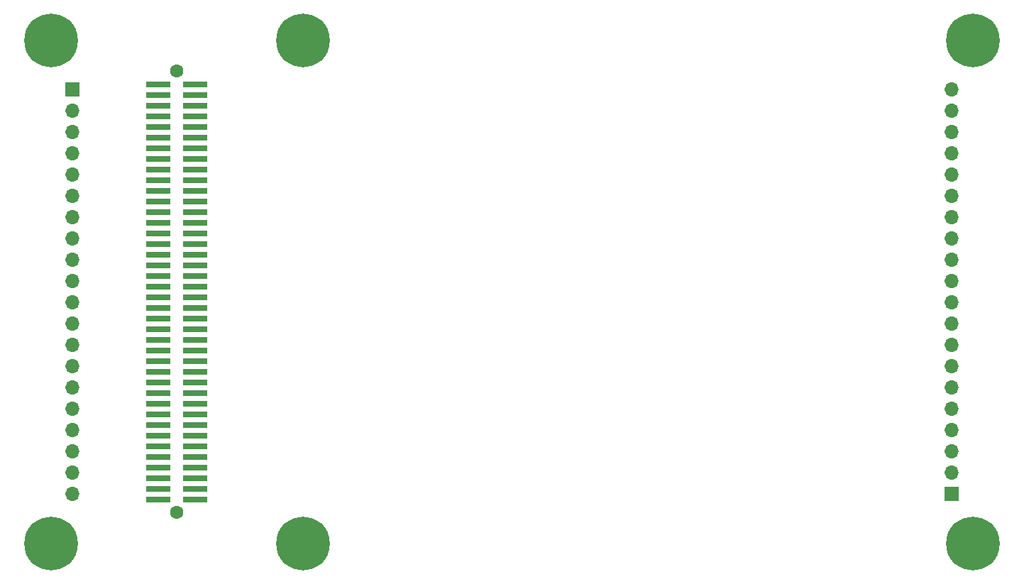
<source format=gbr>
G04 #@! TF.GenerationSoftware,KiCad,Pcbnew,(5.0.0-rc2-dev-107-g49486b83b)*
G04 #@! TF.CreationDate,2018-03-29T22:36:30+08:00*
G04 #@! TF.ProjectId,ebox-advanced,65626F782D616476616E6365642E6B69,rev?*
G04 #@! TF.SameCoordinates,Original*
G04 #@! TF.FileFunction,Soldermask,Top*
G04 #@! TF.FilePolarity,Negative*
%FSLAX46Y46*%
G04 Gerber Fmt 4.6, Leading zero omitted, Abs format (unit mm)*
G04 Created by KiCad (PCBNEW (5.0.0-rc2-dev-107-g49486b83b)) date 03/29/18 22:36:30*
%MOMM*%
%LPD*%
G01*
G04 APERTURE LIST*
%ADD10O,1.700000X1.700000*%
%ADD11R,1.700000X1.700000*%
%ADD12C,1.600000*%
%ADD13R,2.900000X0.740000*%
%ADD14C,0.800000*%
%ADD15C,6.400000*%
G04 APERTURE END LIST*
D10*
X114940000Y-13370000D03*
X114940000Y-15910000D03*
X114940000Y-18450000D03*
X114940000Y-20990000D03*
X114940000Y-23530000D03*
X114940000Y-26070000D03*
X114940000Y-28610000D03*
X114940000Y-31150000D03*
X114940000Y-33690000D03*
X114940000Y-36230000D03*
X114940000Y-38770000D03*
X114940000Y-41310000D03*
X114940000Y-43850000D03*
X114940000Y-46390000D03*
X114940000Y-48930000D03*
X114940000Y-51470000D03*
X114940000Y-54010000D03*
X114940000Y-56550000D03*
X114940000Y-59090000D03*
D11*
X114940000Y-61630000D03*
D12*
X22500000Y-63839800D03*
X22500000Y-11122100D03*
D13*
X24700000Y-62265000D03*
X20300000Y-62265000D03*
X24700000Y-60995000D03*
X20300000Y-60995000D03*
X24700000Y-59725000D03*
X20300000Y-59725000D03*
X24700000Y-58455000D03*
X20300000Y-58455000D03*
X24700000Y-57185000D03*
X20300000Y-57185000D03*
X24700000Y-55915000D03*
X20300000Y-55915000D03*
X24700000Y-54645000D03*
X20300000Y-54645000D03*
X24700000Y-53375000D03*
X20300000Y-53375000D03*
X24700000Y-52105000D03*
X20300000Y-52105000D03*
X24700000Y-50835000D03*
X20300000Y-50835000D03*
X24700000Y-49565000D03*
X20300000Y-49565000D03*
X24700000Y-48295000D03*
X20300000Y-48295000D03*
X24700000Y-47025000D03*
X20300000Y-47025000D03*
X24700000Y-45755000D03*
X20300000Y-45755000D03*
X24700000Y-44485000D03*
X20300000Y-44485000D03*
X24700000Y-43215000D03*
X20300000Y-43215000D03*
X24700000Y-41945000D03*
X20300000Y-41945000D03*
X24700000Y-40675000D03*
X20300000Y-40675000D03*
X24700000Y-39405000D03*
X20300000Y-39405000D03*
X24700000Y-38135000D03*
X20300000Y-38135000D03*
X24700000Y-36865000D03*
X20300000Y-36865000D03*
X24700000Y-35595000D03*
X20300000Y-35595000D03*
X24700000Y-34325000D03*
X20300000Y-34325000D03*
X24700000Y-33055000D03*
X20300000Y-33055000D03*
X24700000Y-31785000D03*
X20300000Y-31785000D03*
X24700000Y-30515000D03*
X20300000Y-30515000D03*
X24700000Y-29245000D03*
X20300000Y-29245000D03*
X24700000Y-27975000D03*
X20300000Y-27975000D03*
X24700000Y-26705000D03*
X20300000Y-26705000D03*
X24700000Y-25435000D03*
X20300000Y-25435000D03*
X24700000Y-24165000D03*
X20300000Y-24165000D03*
X24700000Y-22895000D03*
X20300000Y-22895000D03*
X24700000Y-21625000D03*
X20300000Y-21625000D03*
X24700000Y-20355000D03*
X20300000Y-20355000D03*
X24700000Y-19085000D03*
X20300000Y-19085000D03*
X24700000Y-17815000D03*
X20300000Y-17815000D03*
X24700000Y-16545000D03*
X20300000Y-16545000D03*
X24700000Y-15275000D03*
X20300000Y-15275000D03*
X24700000Y-14005000D03*
X20300000Y-14005000D03*
X24700000Y-12735000D03*
X20300000Y-12735000D03*
D12*
X22512700Y-11122100D03*
X22500000Y-63839800D03*
D14*
X9197056Y-5802944D03*
X7500000Y-5100000D03*
X5802944Y-5802944D03*
X5100000Y-7500000D03*
X5802944Y-9197056D03*
X7500000Y-9900000D03*
X9197056Y-9197056D03*
X9900000Y-7500000D03*
D15*
X7500000Y-7500000D03*
D14*
X39197056Y-5802944D03*
X37500000Y-5100000D03*
X35802944Y-5802944D03*
X35100000Y-7500000D03*
X35802944Y-9197056D03*
X37500000Y-9900000D03*
X39197056Y-9197056D03*
X39900000Y-7500000D03*
D15*
X37500000Y-7500000D03*
D14*
X9197056Y-65802944D03*
X7500000Y-65100000D03*
X5802944Y-65802944D03*
X5100000Y-67500000D03*
X5802944Y-69197056D03*
X7500000Y-69900000D03*
X9197056Y-69197056D03*
X9900000Y-67500000D03*
D15*
X7500000Y-67500000D03*
D14*
X39197056Y-65802944D03*
X37500000Y-65100000D03*
X35802944Y-65802944D03*
X35100000Y-67500000D03*
X35802944Y-69197056D03*
X37500000Y-69900000D03*
X39197056Y-69197056D03*
X39900000Y-67500000D03*
D15*
X37500000Y-67500000D03*
D11*
X10060000Y-13370000D03*
D10*
X10060000Y-15910000D03*
X10060000Y-18450000D03*
X10060000Y-20990000D03*
X10060000Y-23530000D03*
X10060000Y-26070000D03*
X10060000Y-28610000D03*
X10060000Y-31150000D03*
X10060000Y-33690000D03*
X10060000Y-36230000D03*
X10060000Y-38770000D03*
X10060000Y-41310000D03*
X10060000Y-43850000D03*
X10060000Y-46390000D03*
X10060000Y-48930000D03*
X10060000Y-51470000D03*
X10060000Y-54010000D03*
X10060000Y-56550000D03*
X10060000Y-59090000D03*
X10060000Y-61630000D03*
D15*
X117500000Y-7500000D03*
D14*
X119900000Y-7500000D03*
X119197056Y-9197056D03*
X117500000Y-9900000D03*
X115802944Y-9197056D03*
X115100000Y-7500000D03*
X115802944Y-5802944D03*
X117500000Y-5100000D03*
X119197056Y-5802944D03*
X119197056Y-65802944D03*
X117500000Y-65100000D03*
X115802944Y-65802944D03*
X115100000Y-67500000D03*
X115802944Y-69197056D03*
X117500000Y-69900000D03*
X119197056Y-69197056D03*
X119900000Y-67500000D03*
D15*
X117500000Y-67500000D03*
M02*

</source>
